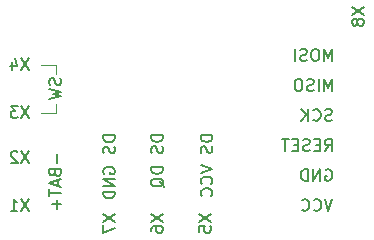
<source format=gbo>
%TF.GenerationSoftware,KiCad,Pcbnew,(5.1.9)-1*%
%TF.CreationDate,2021-05-21T21:01:08+03:00*%
%TF.ProjectId,valenok,76616c65-6e6f-46b2-9e6b-696361645f70,1*%
%TF.SameCoordinates,Original*%
%TF.FileFunction,Legend,Bot*%
%TF.FilePolarity,Positive*%
%FSLAX46Y46*%
G04 Gerber Fmt 4.6, Leading zero omitted, Abs format (unit mm)*
G04 Created by KiCad (PCBNEW (5.1.9)-1) date 2021-05-21 21:01:08*
%MOMM*%
%LPD*%
G01*
G04 APERTURE LIST*
%ADD10C,0.120000*%
%ADD11C,0.150000*%
%ADD12C,0.200000*%
G04 APERTURE END LIST*
D10*
X91440000Y-118618000D02*
X90170000Y-118618000D01*
X91440000Y-117856000D02*
X91440000Y-118618000D01*
X91440000Y-114554000D02*
X90170000Y-114554000D01*
X91440000Y-115316000D02*
X91440000Y-114554000D01*
D11*
X91844761Y-115728857D02*
X91892380Y-115871714D01*
X91892380Y-116109809D01*
X91844761Y-116205047D01*
X91797142Y-116252666D01*
X91701904Y-116300285D01*
X91606666Y-116300285D01*
X91511428Y-116252666D01*
X91463809Y-116205047D01*
X91416190Y-116109809D01*
X91368571Y-115919333D01*
X91320952Y-115824095D01*
X91273333Y-115776476D01*
X91178095Y-115728857D01*
X91082857Y-115728857D01*
X90987619Y-115776476D01*
X90940000Y-115824095D01*
X90892380Y-115919333D01*
X90892380Y-116157428D01*
X90940000Y-116300285D01*
X90892380Y-116633619D02*
X91892380Y-116871714D01*
X91178095Y-117062190D01*
X91892380Y-117252666D01*
X90892380Y-117490761D01*
X91511428Y-122150476D02*
X91511428Y-122912380D01*
X91368571Y-123721904D02*
X91416190Y-123864761D01*
X91463809Y-123912380D01*
X91559047Y-123960000D01*
X91701904Y-123960000D01*
X91797142Y-123912380D01*
X91844761Y-123864761D01*
X91892380Y-123769523D01*
X91892380Y-123388571D01*
X90892380Y-123388571D01*
X90892380Y-123721904D01*
X90940000Y-123817142D01*
X90987619Y-123864761D01*
X91082857Y-123912380D01*
X91178095Y-123912380D01*
X91273333Y-123864761D01*
X91320952Y-123817142D01*
X91368571Y-123721904D01*
X91368571Y-123388571D01*
X91606666Y-124340952D02*
X91606666Y-124817142D01*
X91892380Y-124245714D02*
X90892380Y-124579047D01*
X91892380Y-124912380D01*
X90892380Y-125102857D02*
X90892380Y-125674285D01*
X91892380Y-125388571D02*
X90892380Y-125388571D01*
X91511428Y-126007619D02*
X91511428Y-126769523D01*
X91892380Y-126388571D02*
X91130476Y-126388571D01*
X104719380Y-120515380D02*
X103719380Y-120515380D01*
X103719380Y-120753476D01*
X103767000Y-120896333D01*
X103862238Y-120991571D01*
X103957476Y-121039190D01*
X104147952Y-121086809D01*
X104290809Y-121086809D01*
X104481285Y-121039190D01*
X104576523Y-120991571D01*
X104671761Y-120896333D01*
X104719380Y-120753476D01*
X104719380Y-120515380D01*
X104671761Y-121467761D02*
X104719380Y-121610619D01*
X104719380Y-121848714D01*
X104671761Y-121943952D01*
X104624142Y-121991571D01*
X104528904Y-122039190D01*
X104433666Y-122039190D01*
X104338428Y-121991571D01*
X104290809Y-121943952D01*
X104243190Y-121848714D01*
X104195571Y-121658238D01*
X104147952Y-121563000D01*
X104100333Y-121515380D01*
X104005095Y-121467761D01*
X103909857Y-121467761D01*
X103814619Y-121515380D01*
X103767000Y-121563000D01*
X103719380Y-121658238D01*
X103719380Y-121896333D01*
X103767000Y-122039190D01*
X103719380Y-123086809D02*
X104719380Y-123420142D01*
X103719380Y-123753476D01*
X104624142Y-124658238D02*
X104671761Y-124610619D01*
X104719380Y-124467761D01*
X104719380Y-124372523D01*
X104671761Y-124229666D01*
X104576523Y-124134428D01*
X104481285Y-124086809D01*
X104290809Y-124039190D01*
X104147952Y-124039190D01*
X103957476Y-124086809D01*
X103862238Y-124134428D01*
X103767000Y-124229666D01*
X103719380Y-124372523D01*
X103719380Y-124467761D01*
X103767000Y-124610619D01*
X103814619Y-124658238D01*
X104624142Y-125658238D02*
X104671761Y-125610619D01*
X104719380Y-125467761D01*
X104719380Y-125372523D01*
X104671761Y-125229666D01*
X104576523Y-125134428D01*
X104481285Y-125086809D01*
X104290809Y-125039190D01*
X104147952Y-125039190D01*
X103957476Y-125086809D01*
X103862238Y-125134428D01*
X103767000Y-125229666D01*
X103719380Y-125372523D01*
X103719380Y-125467761D01*
X103767000Y-125610619D01*
X103814619Y-125658238D01*
X100528380Y-120539142D02*
X99528380Y-120539142D01*
X99528380Y-120777238D01*
X99576000Y-120920095D01*
X99671238Y-121015333D01*
X99766476Y-121062952D01*
X99956952Y-121110571D01*
X100099809Y-121110571D01*
X100290285Y-121062952D01*
X100385523Y-121015333D01*
X100480761Y-120920095D01*
X100528380Y-120777238D01*
X100528380Y-120539142D01*
X100480761Y-121491523D02*
X100528380Y-121634380D01*
X100528380Y-121872476D01*
X100480761Y-121967714D01*
X100433142Y-122015333D01*
X100337904Y-122062952D01*
X100242666Y-122062952D01*
X100147428Y-122015333D01*
X100099809Y-121967714D01*
X100052190Y-121872476D01*
X100004571Y-121682000D01*
X99956952Y-121586761D01*
X99909333Y-121539142D01*
X99814095Y-121491523D01*
X99718857Y-121491523D01*
X99623619Y-121539142D01*
X99576000Y-121586761D01*
X99528380Y-121682000D01*
X99528380Y-121920095D01*
X99576000Y-122062952D01*
X100528380Y-123253428D02*
X99528380Y-123253428D01*
X99528380Y-123491523D01*
X99576000Y-123634380D01*
X99671238Y-123729619D01*
X99766476Y-123777238D01*
X99956952Y-123824857D01*
X100099809Y-123824857D01*
X100290285Y-123777238D01*
X100385523Y-123729619D01*
X100480761Y-123634380D01*
X100528380Y-123491523D01*
X100528380Y-123253428D01*
X100623619Y-124920095D02*
X100576000Y-124824857D01*
X100480761Y-124729619D01*
X100337904Y-124586761D01*
X100290285Y-124491523D01*
X100290285Y-124396285D01*
X100528380Y-124443904D02*
X100480761Y-124348666D01*
X100385523Y-124253428D01*
X100195047Y-124205809D01*
X99861714Y-124205809D01*
X99671238Y-124253428D01*
X99576000Y-124348666D01*
X99528380Y-124443904D01*
X99528380Y-124634380D01*
X99576000Y-124729619D01*
X99671238Y-124824857D01*
X99861714Y-124872476D01*
X100195047Y-124872476D01*
X100385523Y-124824857D01*
X100480761Y-124729619D01*
X100528380Y-124634380D01*
X100528380Y-124443904D01*
X96464380Y-120547142D02*
X95464380Y-120547142D01*
X95464380Y-120785238D01*
X95512000Y-120928095D01*
X95607238Y-121023333D01*
X95702476Y-121070952D01*
X95892952Y-121118571D01*
X96035809Y-121118571D01*
X96226285Y-121070952D01*
X96321523Y-121023333D01*
X96416761Y-120928095D01*
X96464380Y-120785238D01*
X96464380Y-120547142D01*
X96416761Y-121499523D02*
X96464380Y-121642380D01*
X96464380Y-121880476D01*
X96416761Y-121975714D01*
X96369142Y-122023333D01*
X96273904Y-122070952D01*
X96178666Y-122070952D01*
X96083428Y-122023333D01*
X96035809Y-121975714D01*
X95988190Y-121880476D01*
X95940571Y-121690000D01*
X95892952Y-121594761D01*
X95845333Y-121547142D01*
X95750095Y-121499523D01*
X95654857Y-121499523D01*
X95559619Y-121547142D01*
X95512000Y-121594761D01*
X95464380Y-121690000D01*
X95464380Y-121928095D01*
X95512000Y-122070952D01*
X95512000Y-123785238D02*
X95464380Y-123690000D01*
X95464380Y-123547142D01*
X95512000Y-123404285D01*
X95607238Y-123309047D01*
X95702476Y-123261428D01*
X95892952Y-123213809D01*
X96035809Y-123213809D01*
X96226285Y-123261428D01*
X96321523Y-123309047D01*
X96416761Y-123404285D01*
X96464380Y-123547142D01*
X96464380Y-123642380D01*
X96416761Y-123785238D01*
X96369142Y-123832857D01*
X96035809Y-123832857D01*
X96035809Y-123642380D01*
X96464380Y-124261428D02*
X95464380Y-124261428D01*
X96464380Y-124832857D01*
X95464380Y-124832857D01*
X96464380Y-125309047D02*
X95464380Y-125309047D01*
X95464380Y-125547142D01*
X95512000Y-125690000D01*
X95607238Y-125785238D01*
X95702476Y-125832857D01*
X95892952Y-125880476D01*
X96035809Y-125880476D01*
X96226285Y-125832857D01*
X96321523Y-125785238D01*
X96416761Y-125690000D01*
X96464380Y-125547142D01*
X96464380Y-125309047D01*
X114855428Y-114244380D02*
X114855428Y-113244380D01*
X114522095Y-113958666D01*
X114188761Y-113244380D01*
X114188761Y-114244380D01*
X113522095Y-113244380D02*
X113331619Y-113244380D01*
X113236380Y-113292000D01*
X113141142Y-113387238D01*
X113093523Y-113577714D01*
X113093523Y-113911047D01*
X113141142Y-114101523D01*
X113236380Y-114196761D01*
X113331619Y-114244380D01*
X113522095Y-114244380D01*
X113617333Y-114196761D01*
X113712571Y-114101523D01*
X113760190Y-113911047D01*
X113760190Y-113577714D01*
X113712571Y-113387238D01*
X113617333Y-113292000D01*
X113522095Y-113244380D01*
X112712571Y-114196761D02*
X112569714Y-114244380D01*
X112331619Y-114244380D01*
X112236380Y-114196761D01*
X112188761Y-114149142D01*
X112141142Y-114053904D01*
X112141142Y-113958666D01*
X112188761Y-113863428D01*
X112236380Y-113815809D01*
X112331619Y-113768190D01*
X112522095Y-113720571D01*
X112617333Y-113672952D01*
X112664952Y-113625333D01*
X112712571Y-113530095D01*
X112712571Y-113434857D01*
X112664952Y-113339619D01*
X112617333Y-113292000D01*
X112522095Y-113244380D01*
X112284000Y-113244380D01*
X112141142Y-113292000D01*
X111712571Y-114244380D02*
X111712571Y-113244380D01*
X114855428Y-116784380D02*
X114855428Y-115784380D01*
X114522095Y-116498666D01*
X114188761Y-115784380D01*
X114188761Y-116784380D01*
X113712571Y-116784380D02*
X113712571Y-115784380D01*
X113284000Y-116736761D02*
X113141142Y-116784380D01*
X112903047Y-116784380D01*
X112807809Y-116736761D01*
X112760190Y-116689142D01*
X112712571Y-116593904D01*
X112712571Y-116498666D01*
X112760190Y-116403428D01*
X112807809Y-116355809D01*
X112903047Y-116308190D01*
X113093523Y-116260571D01*
X113188761Y-116212952D01*
X113236380Y-116165333D01*
X113284000Y-116070095D01*
X113284000Y-115974857D01*
X113236380Y-115879619D01*
X113188761Y-115832000D01*
X113093523Y-115784380D01*
X112855428Y-115784380D01*
X112712571Y-115832000D01*
X112093523Y-115784380D02*
X111903047Y-115784380D01*
X111807809Y-115832000D01*
X111712571Y-115927238D01*
X111664952Y-116117714D01*
X111664952Y-116451047D01*
X111712571Y-116641523D01*
X111807809Y-116736761D01*
X111903047Y-116784380D01*
X112093523Y-116784380D01*
X112188761Y-116736761D01*
X112284000Y-116641523D01*
X112331619Y-116451047D01*
X112331619Y-116117714D01*
X112284000Y-115927238D01*
X112188761Y-115832000D01*
X112093523Y-115784380D01*
X114823714Y-119276761D02*
X114680857Y-119324380D01*
X114442761Y-119324380D01*
X114347523Y-119276761D01*
X114299904Y-119229142D01*
X114252285Y-119133904D01*
X114252285Y-119038666D01*
X114299904Y-118943428D01*
X114347523Y-118895809D01*
X114442761Y-118848190D01*
X114633238Y-118800571D01*
X114728476Y-118752952D01*
X114776095Y-118705333D01*
X114823714Y-118610095D01*
X114823714Y-118514857D01*
X114776095Y-118419619D01*
X114728476Y-118372000D01*
X114633238Y-118324380D01*
X114395142Y-118324380D01*
X114252285Y-118372000D01*
X113252285Y-119229142D02*
X113299904Y-119276761D01*
X113442761Y-119324380D01*
X113538000Y-119324380D01*
X113680857Y-119276761D01*
X113776095Y-119181523D01*
X113823714Y-119086285D01*
X113871333Y-118895809D01*
X113871333Y-118752952D01*
X113823714Y-118562476D01*
X113776095Y-118467238D01*
X113680857Y-118372000D01*
X113538000Y-118324380D01*
X113442761Y-118324380D01*
X113299904Y-118372000D01*
X113252285Y-118419619D01*
X112823714Y-119324380D02*
X112823714Y-118324380D01*
X112252285Y-119324380D02*
X112680857Y-118752952D01*
X112252285Y-118324380D02*
X112823714Y-118895809D01*
X114228380Y-121864380D02*
X114561714Y-121388190D01*
X114799809Y-121864380D02*
X114799809Y-120864380D01*
X114418857Y-120864380D01*
X114323619Y-120912000D01*
X114276000Y-120959619D01*
X114228380Y-121054857D01*
X114228380Y-121197714D01*
X114276000Y-121292952D01*
X114323619Y-121340571D01*
X114418857Y-121388190D01*
X114799809Y-121388190D01*
X113799809Y-121340571D02*
X113466476Y-121340571D01*
X113323619Y-121864380D02*
X113799809Y-121864380D01*
X113799809Y-120864380D01*
X113323619Y-120864380D01*
X112942666Y-121816761D02*
X112799809Y-121864380D01*
X112561714Y-121864380D01*
X112466476Y-121816761D01*
X112418857Y-121769142D01*
X112371238Y-121673904D01*
X112371238Y-121578666D01*
X112418857Y-121483428D01*
X112466476Y-121435809D01*
X112561714Y-121388190D01*
X112752190Y-121340571D01*
X112847428Y-121292952D01*
X112895047Y-121245333D01*
X112942666Y-121150095D01*
X112942666Y-121054857D01*
X112895047Y-120959619D01*
X112847428Y-120912000D01*
X112752190Y-120864380D01*
X112514095Y-120864380D01*
X112371238Y-120912000D01*
X111942666Y-121340571D02*
X111609333Y-121340571D01*
X111466476Y-121864380D02*
X111942666Y-121864380D01*
X111942666Y-120864380D01*
X111466476Y-120864380D01*
X111180761Y-120864380D02*
X110609333Y-120864380D01*
X110895047Y-121864380D02*
X110895047Y-120864380D01*
X114299904Y-123452000D02*
X114395142Y-123404380D01*
X114538000Y-123404380D01*
X114680857Y-123452000D01*
X114776095Y-123547238D01*
X114823714Y-123642476D01*
X114871333Y-123832952D01*
X114871333Y-123975809D01*
X114823714Y-124166285D01*
X114776095Y-124261523D01*
X114680857Y-124356761D01*
X114538000Y-124404380D01*
X114442761Y-124404380D01*
X114299904Y-124356761D01*
X114252285Y-124309142D01*
X114252285Y-123975809D01*
X114442761Y-123975809D01*
X113823714Y-124404380D02*
X113823714Y-123404380D01*
X113252285Y-124404380D01*
X113252285Y-123404380D01*
X112776095Y-124404380D02*
X112776095Y-123404380D01*
X112538000Y-123404380D01*
X112395142Y-123452000D01*
X112299904Y-123547238D01*
X112252285Y-123642476D01*
X112204666Y-123832952D01*
X112204666Y-123975809D01*
X112252285Y-124166285D01*
X112299904Y-124261523D01*
X112395142Y-124356761D01*
X112538000Y-124404380D01*
X112776095Y-124404380D01*
X114871333Y-125944380D02*
X114538000Y-126944380D01*
X114204666Y-125944380D01*
X113299904Y-126849142D02*
X113347523Y-126896761D01*
X113490380Y-126944380D01*
X113585619Y-126944380D01*
X113728476Y-126896761D01*
X113823714Y-126801523D01*
X113871333Y-126706285D01*
X113918952Y-126515809D01*
X113918952Y-126372952D01*
X113871333Y-126182476D01*
X113823714Y-126087238D01*
X113728476Y-125992000D01*
X113585619Y-125944380D01*
X113490380Y-125944380D01*
X113347523Y-125992000D01*
X113299904Y-126039619D01*
X112299904Y-126849142D02*
X112347523Y-126896761D01*
X112490380Y-126944380D01*
X112585619Y-126944380D01*
X112728476Y-126896761D01*
X112823714Y-126801523D01*
X112871333Y-126706285D01*
X112918952Y-126515809D01*
X112918952Y-126372952D01*
X112871333Y-126182476D01*
X112823714Y-126087238D01*
X112728476Y-125992000D01*
X112585619Y-125944380D01*
X112490380Y-125944380D01*
X112347523Y-125992000D01*
X112299904Y-126039619D01*
%TO.C,X8*%
D12*
X116546380Y-109680476D02*
X117546380Y-110347142D01*
X116546380Y-110347142D02*
X117546380Y-109680476D01*
X116974952Y-110870952D02*
X116927333Y-110775714D01*
X116879714Y-110728095D01*
X116784476Y-110680476D01*
X116736857Y-110680476D01*
X116641619Y-110728095D01*
X116594000Y-110775714D01*
X116546380Y-110870952D01*
X116546380Y-111061428D01*
X116594000Y-111156666D01*
X116641619Y-111204285D01*
X116736857Y-111251904D01*
X116784476Y-111251904D01*
X116879714Y-111204285D01*
X116927333Y-111156666D01*
X116974952Y-111061428D01*
X116974952Y-110870952D01*
X117022571Y-110775714D01*
X117070190Y-110728095D01*
X117165428Y-110680476D01*
X117355904Y-110680476D01*
X117451142Y-110728095D01*
X117498761Y-110775714D01*
X117546380Y-110870952D01*
X117546380Y-111061428D01*
X117498761Y-111156666D01*
X117451142Y-111204285D01*
X117355904Y-111251904D01*
X117165428Y-111251904D01*
X117070190Y-111204285D01*
X117022571Y-111156666D01*
X116974952Y-111061428D01*
%TO.C,X1*%
X89201523Y-125944380D02*
X88534857Y-126944380D01*
X88534857Y-125944380D02*
X89201523Y-126944380D01*
X87630095Y-126944380D02*
X88201523Y-126944380D01*
X87915809Y-126944380D02*
X87915809Y-125944380D01*
X88011047Y-126087238D01*
X88106285Y-126182476D01*
X88201523Y-126230095D01*
%TO.C,X2*%
X89201523Y-121880380D02*
X88534857Y-122880380D01*
X88534857Y-121880380D02*
X89201523Y-122880380D01*
X88201523Y-121975619D02*
X88153904Y-121928000D01*
X88058666Y-121880380D01*
X87820571Y-121880380D01*
X87725333Y-121928000D01*
X87677714Y-121975619D01*
X87630095Y-122070857D01*
X87630095Y-122166095D01*
X87677714Y-122308952D01*
X88249142Y-122880380D01*
X87630095Y-122880380D01*
%TO.C,X3*%
X89201523Y-118070380D02*
X88534857Y-119070380D01*
X88534857Y-118070380D02*
X89201523Y-119070380D01*
X88249142Y-118070380D02*
X87630095Y-118070380D01*
X87963428Y-118451333D01*
X87820571Y-118451333D01*
X87725333Y-118498952D01*
X87677714Y-118546571D01*
X87630095Y-118641809D01*
X87630095Y-118879904D01*
X87677714Y-118975142D01*
X87725333Y-119022761D01*
X87820571Y-119070380D01*
X88106285Y-119070380D01*
X88201523Y-119022761D01*
X88249142Y-118975142D01*
%TO.C,X4*%
X89201523Y-114006380D02*
X88534857Y-115006380D01*
X88534857Y-114006380D02*
X89201523Y-115006380D01*
X87725333Y-114339714D02*
X87725333Y-115006380D01*
X87963428Y-113958761D02*
X88201523Y-114673047D01*
X87582476Y-114673047D01*
%TO.C,X5*%
X103592380Y-127206476D02*
X104592380Y-127873142D01*
X103592380Y-127873142D02*
X104592380Y-127206476D01*
X103592380Y-128730285D02*
X103592380Y-128254095D01*
X104068571Y-128206476D01*
X104020952Y-128254095D01*
X103973333Y-128349333D01*
X103973333Y-128587428D01*
X104020952Y-128682666D01*
X104068571Y-128730285D01*
X104163809Y-128777904D01*
X104401904Y-128777904D01*
X104497142Y-128730285D01*
X104544761Y-128682666D01*
X104592380Y-128587428D01*
X104592380Y-128349333D01*
X104544761Y-128254095D01*
X104497142Y-128206476D01*
%TO.C,X6*%
X99528380Y-127206476D02*
X100528380Y-127873142D01*
X99528380Y-127873142D02*
X100528380Y-127206476D01*
X99528380Y-128682666D02*
X99528380Y-128492190D01*
X99576000Y-128396952D01*
X99623619Y-128349333D01*
X99766476Y-128254095D01*
X99956952Y-128206476D01*
X100337904Y-128206476D01*
X100433142Y-128254095D01*
X100480761Y-128301714D01*
X100528380Y-128396952D01*
X100528380Y-128587428D01*
X100480761Y-128682666D01*
X100433142Y-128730285D01*
X100337904Y-128777904D01*
X100099809Y-128777904D01*
X100004571Y-128730285D01*
X99956952Y-128682666D01*
X99909333Y-128587428D01*
X99909333Y-128396952D01*
X99956952Y-128301714D01*
X100004571Y-128254095D01*
X100099809Y-128206476D01*
%TO.C,X7*%
X95464380Y-127206476D02*
X96464380Y-127873142D01*
X95464380Y-127873142D02*
X96464380Y-127206476D01*
X95464380Y-128158857D02*
X95464380Y-128825523D01*
X96464380Y-128396952D01*
%TD*%
M02*

</source>
